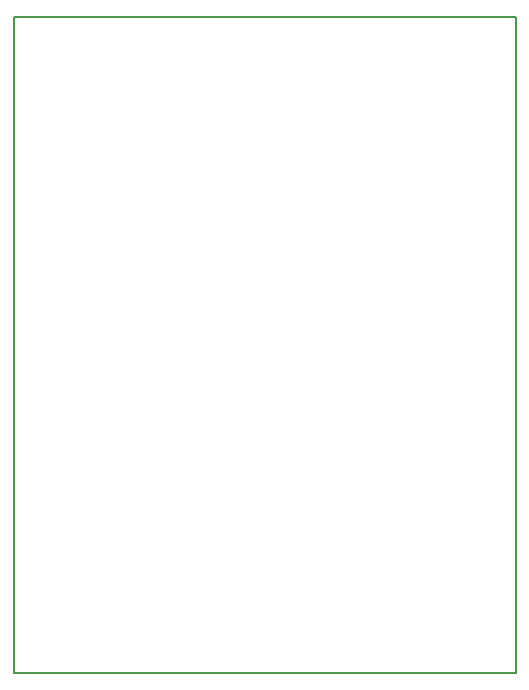
<source format=gbr>
G04 #@! TF.GenerationSoftware,KiCad,Pcbnew,5.0.0*
G04 #@! TF.CreationDate,2018-09-24T20:27:35+02:00*
G04 #@! TF.ProjectId,OpenRClight,4F70656E52436C696768742E6B696361,rev?*
G04 #@! TF.SameCoordinates,Original*
G04 #@! TF.FileFunction,Profile,NP*
%FSLAX46Y46*%
G04 Gerber Fmt 4.6, Leading zero omitted, Abs format (unit mm)*
G04 Created by KiCad (PCBNEW 5.0.0) date Mon Sep 24 20:27:35 2018*
%MOMM*%
%LPD*%
G01*
G04 APERTURE LIST*
%ADD10C,0.150000*%
G04 APERTURE END LIST*
D10*
X69723000Y-152019000D02*
X112268000Y-152019000D01*
X69723000Y-96520000D02*
X69723000Y-152019000D01*
X112268000Y-96520000D02*
X69723000Y-96520000D01*
X112268000Y-152019000D02*
X112268000Y-96520000D01*
M02*

</source>
